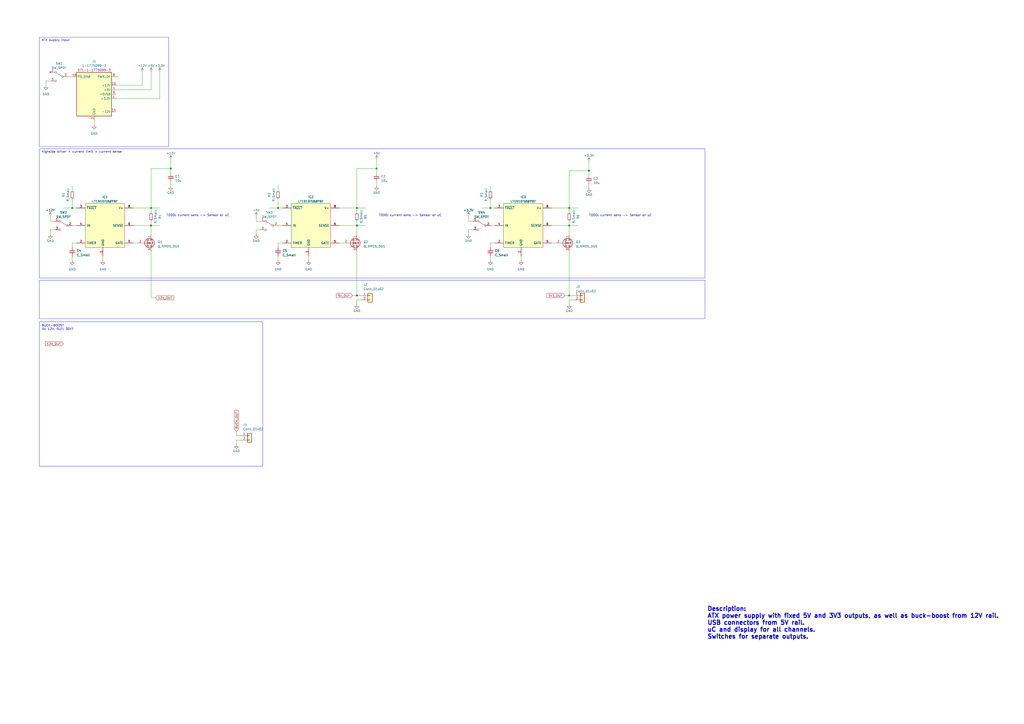
<source format=kicad_sch>
(kicad_sch (version 20230121) (generator eeschema)
  (paper "A2")
  (lib_symbols
    (symbol "Connector_Generic:Conn_01x02" (pin_names (offset 1.016) hide)
      (property "Reference" "J" (at 0 2.54 0))
      (property "Value" "Conn_01x02" (at 0 -5.08 0))
      (symbol "Conn_01x02_1_1"
        (rectangle (start -1.27 -2.413) (end 0 -2.667) (stroke (width 0.1524)))
        (rectangle (start -1.27 0.127) (end 0 -0.127) (stroke (width 0.1524)))
        (rectangle (start -1.27 1.27) (end 1.27 -3.81) (stroke (width 0.254)) (fill (type background)))
        (pin passive line (at -5.08 0 0) (length 3.81) (name "Pin_1") (number "1"))
        (pin passive line (at -5.08 -2.54 0) (length 3.81) (name "Pin_2") (number "2"))
      )
    )
    (symbol "Device:C_Small" (pin_numbers hide) (pin_names (offset 0.254) hide)
      (property "Reference" "C" (at 0.254 1.778 0))
      (property "Value" "C_Small" (at 0.254 -2.032 0))
      (symbol "C_Small_0_1"
        (polyline (pts (xy -1.524 -0.508) (xy 1.524 -0.508)) (stroke (width 0.3302)))
        (polyline (pts (xy -1.524 0.508) (xy 1.524 0.508)) (stroke (width 0.3048)))
      )
      (symbol "C_Small_1_1"
        (pin passive line (at 0 2.54 270) (length 2.032) (name "~") (number "1"))
        (pin passive line (at 0 -2.54 90) (length 2.032) (name "~") (number "2"))
      )
    )
    (symbol "Device:Q_NMOS_DGS" (pin_names (offset 0) hide)
      (property "Reference" "Q" (at 5.08 1.27 0))
      (property "Value" "Q_NMOS_DGS" (at 5.08 -1.27 0))
      (symbol "Q_NMOS_DGS_0_1"
        (polyline (pts (xy 0.254 0) (xy -2.54 0)))
        (polyline (pts (xy 0.254 1.905) (xy 0.254 -1.905)) (stroke (width 0.254)))
        (polyline (pts (xy 0.762 -1.27) (xy 0.762 -2.286)) (stroke (width 0.254)))
        (polyline (pts (xy 0.762 0.508) (xy 0.762 -0.508)) (stroke (width 0.254)))
        (polyline (pts (xy 0.762 2.286) (xy 0.762 1.27)) (stroke (width 0.254)))
        (polyline (pts (xy 2.54 2.54) (xy 2.54 1.778)))
        (polyline (pts (xy 2.54 -2.54) (xy 2.54 0) (xy 0.762 0)))
        (polyline (pts (xy 0.762 -1.778) (xy 3.302 -1.778) (xy 3.302 1.778) (xy 0.762 1.778)))
        (polyline (pts (xy 1.016 0) (xy 2.032 0.381) (xy 2.032 -0.381) (xy 1.016 0)) (fill (type outline)))
        (polyline (pts (xy 2.794 0.508) (xy 2.921 0.381) (xy 3.683 0.381) (xy 3.81 0.254)))
        (polyline (pts (xy 3.302 0.381) (xy 2.921 -0.254) (xy 3.683 -0.254) (xy 3.302 0.381)))
        (circle (center 1.651 0) (radius 2.794) (stroke (width 0.254)))
        (circle (center 2.54 -1.778) (radius 0.254) (fill (type outline)))
        (circle (center 2.54 1.778) (radius 0.254) (fill (type outline)))
      )
      (symbol "Q_NMOS_DGS_1_1"
        (pin passive line (at 2.54 5.08 270) (length 2.54) (name "D") (number "1"))
        (pin input line (at -5.08 0 0) (length 2.54) (name "G") (number "2"))
        (pin passive line (at 2.54 -5.08 90) (length 2.54) (name "S") (number "3"))
      )
    )
    (symbol "Device:R_Small" (pin_numbers hide) (pin_names (offset 0.254) hide)
      (property "Reference" "R" (at 0.762 0.508 0))
      (property "Value" "R_Small" (at 0.762 -1.016 0))
      (symbol "R_Small_0_1"
        (rectangle (start -0.762 1.778) (end 0.762 -1.778) (stroke (width 0.2032)))
      )
      (symbol "R_Small_1_1"
        (pin passive line (at 0 2.54 270) (length 0.762) (name "~") (number "1"))
        (pin passive line (at 0 -2.54 90) (length 0.762) (name "~") (number "2"))
      )
    )
    (symbol "Switch:SW_SPDT" (pin_names (offset 0) hide)
      (property "Reference" "SW" (at 0 4.318 0))
      (property "Value" "SW_SPDT" (at 0 -5.08 0))
      (symbol "SW_SPDT_0_0"
        (circle (center -2.032 0) (radius 0.508))
        (circle (center 2.032 -2.54) (radius 0.508))
      )
      (symbol "SW_SPDT_0_1"
        (polyline (pts (xy -1.524 0.254) (xy 1.651 2.286)))
        (circle (center 2.032 2.54) (radius 0.508))
      )
      (symbol "SW_SPDT_1_1"
        (pin passive line (at 5.08 2.54 180) (length 2.54) (name "A") (number "1"))
        (pin passive line (at -5.08 0 0) (length 2.54) (name "B") (number "2"))
        (pin passive line (at 5.08 -2.54 180) (length 2.54) (name "C") (number "3"))
      )
    )
    (symbol "atx_power_supply:1-1775099-3"
      (property "Reference" "J" (at -8.89 13.97 0))
      (property "Value" "1-1775099-3" (at 6.35 13.97 0))
      (property "mouser" " 571-1-1775099-3 " (at 0 0 0))
      (symbol "1-1775099-3_0_1"
        (rectangle (start -10.16 12.7) (end 10.16 -12.7) (stroke (width 0.254)) (fill (type background)))
      )
      (symbol "1-1775099-3_1_1"
        (pin power_out line (at 12.7 -2.54 180) (length 2.54) (name "+3.3V") (number "1"))
        (pin power_out line (at 12.7 5.08 180) (length 2.54) (name "+12V") (number "10"))
        (pin passive line (at 12.7 5.08 180) (length 2.54) hide (name "+12V") (number "11"))
        (pin passive line (at 12.7 -2.54 180) (length 2.54) hide (name "+3.3V") (number "12"))
        (pin passive line (at 12.7 -2.54 180) (length 2.54) hide (name "+3.3V") (number "13"))
        (pin power_out line (at 12.7 -10.16 180) (length 2.54) (name "-12V") (number "14"))
        (pin passive line (at 0 -15.24 90) (length 2.54) hide (name "GND") (number "15"))
        (pin open_collector line (at -12.7 10.16 0) (length 2.54) (name "PS_ON#") (number "16"))
        (pin passive line (at 0 -15.24 90) (length 2.54) hide (name "GND") (number "17"))
        (pin passive line (at 0 -15.24 90) (length 2.54) hide (name "GND") (number "18"))
        (pin passive line (at 0 -15.24 90) (length 2.54) hide (name "GND") (number "19"))
        (pin passive line (at 12.7 -2.54 180) (length 2.54) hide (name "+3.3V") (number "2"))
        (pin no_connect line (at -10.16 0 0) (length 2.54) hide (name "NC") (number "20"))
        (pin passive line (at 12.7 2.54 180) (length 2.54) hide (name "+5V") (number "21"))
        (pin passive line (at 12.7 2.54 180) (length 2.54) hide (name "+5V") (number "22"))
        (pin passive line (at 12.7 2.54 180) (length 2.54) hide (name "+5V") (number "23"))
        (pin passive line (at 0 -15.24 90) (length 2.54) hide (name "GND") (number "24"))
        (pin power_out line (at 0 -15.24 90) (length 2.54) (name "GND") (number "3"))
        (pin power_out line (at 12.7 2.54 180) (length 2.54) (name "+5V") (number "4"))
        (pin passive line (at 0 -15.24 90) (length 2.54) hide (name "GND") (number "5"))
        (pin passive line (at 12.7 2.54 180) (length 2.54) hide (name "+5V") (number "6"))
        (pin passive line (at 0 -15.24 90) (length 2.54) hide (name "GND") (number "7"))
        (pin output line (at 12.7 10.16 180) (length 2.54) (name "PWR_OK") (number "8"))
        (pin power_out line (at 12.7 0 180) (length 2.54) (name "+5VSB") (number "9"))
      )
    )
    (symbol "atx_power_supply:LT1910IS8#PBF" (pin_names (offset 0.762))
      (property "Reference" "IC" (at 29.21 7.62 0))
      (property "Value" "LT1910IS8#PBF" (at 29.21 5.08 0))
      (symbol "LT1910IS8#PBF_0_0"
        (pin passive line (at 15.24 -20.32 90) (length 5.08) (name "GND") (number "1"))
        (pin passive line (at 0 -12.7 0) (length 5.08) (name "TIMER") (number "2"))
        (pin passive line (at 0 7.62 0) (length 5.08) (name "~{FAULT}") (number "3"))
        (pin passive line (at 0 -2.54 0) (length 5.08) (name "IN") (number "4"))
        (pin passive line (at 33.02 -12.7 180) (length 5.08) (name "GATE") (number "5"))
        (pin passive line (at 33.02 -2.54 180) (length 5.08) (name "SENSE") (number "6"))
        (pin no_connect line (at 20.32 -20.32 90) (length 5.08) hide (name "NC") (number "7"))
        (pin passive line (at 33.02 7.62 180) (length 5.08) (name "V+") (number "8"))
      )
      (symbol "LT1910IS8#PBF_0_1"
        (polyline (pts (xy 5.08 10.16) (xy 27.94 10.16) (xy 27.94 -15.24) (xy 5.08 -15.24) (xy 5.08 10.16)) (stroke (width 0.1524)) (fill (type background)))
      )
    )
    (symbol "power:+12V" (power) (pin_names (offset 0))
      (property "Value" "+12V" (at 0 3.556 0))
      (symbol "+12V_0_1"
        (polyline (pts (xy -0.762 1.27) (xy 0 2.54)))
        (polyline (pts (xy 0 0) (xy 0 2.54)))
        (polyline (pts (xy 0 2.54) (xy 0.762 1.27)))
      )
      (symbol "+12V_1_1"
        (pin power_in line (at 0 0 90) (length 0) hide (name "+12V") (number "1"))
      )
    )
    (symbol "power:+3.3V" (power) (pin_names (offset 0))
      (property "Value" "+3.3V" (at 0 3.556 0))
      (symbol "+3.3V_0_1"
        (polyline (pts (xy -0.762 1.27) (xy 0 2.54)))
        (polyline (pts (xy 0 0) (xy 0 2.54)))
        (polyline (pts (xy 0 2.54) (xy 0.762 1.27)))
      )
      (symbol "+3.3V_1_1"
        (pin power_in line (at 0 0 90) (length 0) hide (name "+3.3V") (number "1"))
      )
    )
    (symbol "power:+5V" (power) (pin_names (offset 0))
      (property "Value" "+5V" (at 0 3.556 0))
      (symbol "+5V_0_1"
        (polyline (pts (xy -0.762 1.27) (xy 0 2.54)))
        (polyline (pts (xy 0 0) (xy 0 2.54)))
        (polyline (pts (xy 0 2.54) (xy 0.762 1.27)))
      )
      (symbol "+5V_1_1"
        (pin power_in line (at 0 0 90) (length 0) hide (name "+5V") (number "1"))
      )
    )
    (symbol "power:GND" (power) (pin_names (offset 0))
      (property "Value" "GND" (at 0 -3.81 0))
      (symbol "GND_0_1"
        (polyline (pts (xy 0 0) (xy 0 -1.27) (xy 1.27 -1.27) (xy 0 -2.54) (xy -1.27 -1.27) (xy 0 -1.27)))
      )
      (symbol "GND_1_1"
        (pin power_in line (at 0 0 270) (length 0) hide (name "GND") (number "1"))
      )
    )
  )
  (junction (at 87.63 130.81))
  (junction (at 330.2 120.65))
  (junction (at 87.63 120.65))
  (junction (at 330.2 171.45))
  (junction (at 41.91 120.65))
  (junction (at 207.01 171.45))
  (junction (at 99.06 97.79))
  (junction (at 207.01 120.65))
  (junction (at 161.29 120.65))
  (junction (at 207.01 130.81))
  (junction (at 218.44 97.79))
  (junction (at 330.2 130.81))
  (junction (at 341.63 99.06))
  (junction (at 284.48 120.65))
  (no_connect (at 29.21 41.91))
  (wire (pts (xy 341.63 93.98) (xy 341.63 99.06)))
  (wire (pts (xy 330.2 120.65) (xy 335.28 120.65)))
  (wire (pts (xy 207.01 120.65) (xy 212.09 120.65)))
  (wire (pts (xy 41.91 115.57) (xy 41.91 120.65)))
  (wire (pts (xy 29.21 133.35) (xy 29.21 135.89)))
  (wire (pts (xy 218.44 100.33) (xy 218.44 97.79)))
  (wire (pts (xy 67.31 57.15) (xy 92.71 57.15)))
  (wire (pts (xy 41.91 120.65) (xy 44.45 120.65)))
  (wire (pts (xy 67.31 49.53) (xy 82.55 49.53)))
  (wire (pts (xy 284.48 148.59) (xy 284.48 151.13)))
  (wire (pts (xy 209.55 173.99) (xy 207.01 173.99)))
  (wire (pts (xy 87.63 120.65) (xy 87.63 123.19)))
  (wire (pts (xy 330.2 130.81) (xy 335.28 130.81)))
  (wire (pts (xy 332.74 173.99) (xy 330.2 173.99)))
  (wire (pts (xy 207.01 173.99) (xy 207.01 176.53)))
  (wire (pts (xy 284.48 115.57) (xy 284.48 120.65)))
  (wire (pts (xy 207.01 97.79) (xy 207.01 120.65)))
  (wire (pts (xy 26.67 46.99) (xy 26.67 49.53)))
  (wire (pts (xy 218.44 97.79) (xy 207.01 97.79)))
  (wire (pts (xy 330.2 128.27) (xy 330.2 130.81)))
  (wire (pts (xy 41.91 140.97) (xy 41.91 143.51)))
  (wire (pts (xy 148.59 125.73) (xy 148.59 128.27)))
  (wire (pts (xy 87.63 97.79) (xy 87.63 120.65)))
  (wire (pts (xy 204.47 171.45) (xy 207.01 171.45)))
  (wire (pts (xy 287.02 140.97) (xy 284.48 140.97)))
  (wire (pts (xy 179.07 148.59) (xy 179.07 151.13)))
  (wire (pts (xy 67.31 52.07) (xy 87.63 52.07)))
  (wire (pts (xy 139.7 252.73) (xy 137.16 252.73)))
  (wire (pts (xy 151.13 128.27) (xy 148.59 128.27)))
  (wire (pts (xy 271.78 125.73) (xy 271.78 128.27)))
  (wire (pts (xy 271.78 133.35) (xy 271.78 135.89)))
  (wire (pts (xy 163.83 140.97) (xy 161.29 140.97)))
  (wire (pts (xy 284.48 140.97) (xy 284.48 143.51)))
  (wire (pts (xy 148.59 133.35) (xy 148.59 135.89)))
  (wire (pts (xy 196.85 130.81) (xy 207.01 130.81)))
  (wire (pts (xy 330.2 173.99) (xy 330.2 176.53)))
  (wire (pts (xy 54.61 69.85) (xy 54.61 72.39)))
  (wire (pts (xy 151.13 133.35) (xy 148.59 133.35)))
  (wire (pts (xy 284.48 107.95) (xy 284.48 110.49)))
  (wire (pts (xy 92.71 57.15) (xy 92.71 41.91)))
  (wire (pts (xy 90.17 172.72) (xy 87.63 172.72)))
  (wire (pts (xy 99.06 97.79) (xy 87.63 97.79)))
  (wire (pts (xy 320.04 130.81) (xy 330.2 130.81)))
  (wire (pts (xy 87.63 130.81) (xy 87.63 135.89)))
  (wire (pts (xy 139.7 255.27) (xy 137.16 255.27)))
  (wire (pts (xy 284.48 120.65) (xy 287.02 120.65)))
  (wire (pts (xy 31.75 128.27) (xy 29.21 128.27)))
  (wire (pts (xy 320.04 120.65) (xy 330.2 120.65)))
  (wire (pts (xy 99.06 100.33) (xy 99.06 97.79)))
  (wire (pts (xy 207.01 130.81) (xy 212.09 130.81)))
  (wire (pts (xy 87.63 52.07) (xy 87.63 41.91)))
  (wire (pts (xy 87.63 120.65) (xy 92.71 120.65)))
  (wire (pts (xy 274.32 128.27) (xy 271.78 128.27)))
  (wire (pts (xy 207.01 130.81) (xy 207.01 135.89)))
  (wire (pts (xy 29.21 125.73) (xy 29.21 128.27)))
  (wire (pts (xy 161.29 120.65) (xy 163.83 120.65)))
  (wire (pts (xy 41.91 148.59) (xy 41.91 151.13)))
  (wire (pts (xy 207.01 128.27) (xy 207.01 130.81)))
  (wire (pts (xy 41.91 107.95) (xy 41.91 110.49)))
  (wire (pts (xy 218.44 105.41) (xy 218.44 107.95)))
  (wire (pts (xy 341.63 106.68) (xy 341.63 109.22)))
  (wire (pts (xy 44.45 140.97) (xy 41.91 140.97)))
  (wire (pts (xy 218.44 92.71) (xy 218.44 97.79)))
  (wire (pts (xy 330.2 99.06) (xy 330.2 120.65)))
  (wire (pts (xy 207.01 146.05) (xy 207.01 171.45)))
  (wire (pts (xy 207.01 171.45) (xy 209.55 171.45)))
  (wire (pts (xy 161.29 107.95) (xy 161.29 110.49)))
  (wire (pts (xy 59.69 148.59) (xy 59.69 151.13)))
  (wire (pts (xy 330.2 146.05) (xy 330.2 171.45)))
  (wire (pts (xy 137.16 255.27) (xy 137.16 257.81)))
  (wire (pts (xy 330.2 130.81) (xy 330.2 135.89)))
  (wire (pts (xy 199.39 140.97) (xy 196.85 140.97)))
  (wire (pts (xy 327.66 171.45) (xy 330.2 171.45)))
  (wire (pts (xy 87.63 128.27) (xy 87.63 130.81)))
  (wire (pts (xy 137.16 250.19) (xy 137.16 252.73)))
  (wire (pts (xy 29.21 46.99) (xy 26.67 46.99)))
  (wire (pts (xy 156.21 120.65) (xy 161.29 120.65)))
  (wire (pts (xy 284.48 130.81) (xy 287.02 130.81)))
  (wire (pts (xy 330.2 171.45) (xy 332.74 171.45)))
  (wire (pts (xy 161.29 148.59) (xy 161.29 151.13)))
  (wire (pts (xy 77.47 120.65) (xy 87.63 120.65)))
  (wire (pts (xy 302.26 148.59) (xy 302.26 151.13)))
  (wire (pts (xy 279.4 120.65) (xy 284.48 120.65)))
  (wire (pts (xy 67.31 44.45) (xy 68.58 44.45)))
  (wire (pts (xy 161.29 140.97) (xy 161.29 143.51)))
  (wire (pts (xy 87.63 130.81) (xy 92.71 130.81)))
  (wire (pts (xy 161.29 130.81) (xy 163.83 130.81)))
  (wire (pts (xy 99.06 92.71) (xy 99.06 97.79)))
  (wire (pts (xy 39.37 44.45) (xy 41.91 44.45)))
  (wire (pts (xy 330.2 120.65) (xy 330.2 123.19)))
  (wire (pts (xy 82.55 49.53) (xy 82.55 41.91)))
  (wire (pts (xy 322.58 140.97) (xy 320.04 140.97)))
  (wire (pts (xy 161.29 115.57) (xy 161.29 120.65)))
  (wire (pts (xy 274.32 133.35) (xy 271.78 133.35)))
  (wire (pts (xy 341.63 101.6) (xy 341.63 99.06)))
  (wire (pts (xy 99.06 105.41) (xy 99.06 107.95)))
  (wire (pts (xy 77.47 130.81) (xy 87.63 130.81)))
  (wire (pts (xy 36.83 120.65) (xy 41.91 120.65)))
  (wire (pts (xy 196.85 120.65) (xy 207.01 120.65)))
  (wire (pts (xy 41.91 130.81) (xy 44.45 130.81)))
  (wire (pts (xy 341.63 99.06) (xy 330.2 99.06)))
  (wire (pts (xy 31.75 133.35) (xy 29.21 133.35)))
  (wire (pts (xy 207.01 120.65) (xy 207.01 123.19)))
  (wire (pts (xy 80.01 140.97) (xy 77.47 140.97)))
  (wire (pts (xy 87.63 146.05) (xy 87.63 172.72)))
  (rectangle (start 22.86 162.56) (end 408.94 184.785))
  (rectangle (start 22.86 186.69) (end 152.4 270.51))
  (rectangle (start 22.86 86.36) (end 408.94 161.29))
  (rectangle (start 22.86 21.59) (end 97.79 85.09))
  (text "TODO: current sens -> Sensor or uC" (at 341.63 125.73 0) (effects (font (size 1.27 1.27)) (justify left bottom)))
  (text "BUCK-BOOST\nIN: 12V, OUT: 30V?" (at 24.13 191.77 0) (effects (font (size 1.27 1.27)) (justify left bottom)))
  (text "TODO: current sens -> Sensor or uC" (at 219.71 125.73 0) (effects (font (size 1.27 1.27)) (justify left bottom)))
  (text "Description:\nATX power supply with fixed 5V and 3V3 outputs, as well as buck-boost from 12V rail.\nUSB connectors from 5V rail.\nuC and display for all channels.\nSwitches for separate outputs." (at 410.21 370.84 0) (effects (font (size 2.5 2.5) (thickness 0.5) bold) (justify left bottom)))
  (text "TODO: current sens -> Sensor or uC" (at 96.52 125.73 0) (effects (font (size 1.27 1.27)) (justify left bottom)))
  (text "ATX supply input" (at 24.13 24.13 0) (effects (font (size 1.27 1.27)) (justify left bottom)))
  (text "highside driver + current limit + current sense" (at 24.13 88.9 0) (effects (font (size 1.27 1.27)) (justify left bottom)))
  (global_label "BUCK_OUT" (shape input) (at 137.16 250.19 90) (property "Intersheetrefs" "${INTERSHEET_REFS}" (effects hide)))
  (global_label "12V_OUT" (shape input) (at 90.17 172.72 0) (property "Intersheetrefs" "${INTERSHEET_REFS}" (effects hide)))
  (global_label "3V3_OUT" (shape input) (at 327.66 171.45 180) (property "Intersheetrefs" "${INTERSHEET_REFS}" (effects hide)))
  (global_label "5V_OUT" (shape input) (at 204.47 171.45 180) (property "Intersheetrefs" "${INTERSHEET_REFS}" (effects hide)))
  (global_label "12V_OUT" (shape input) (at 36.83 199.39 180) (property "Intersheetrefs" "${INTERSHEET_REFS}" (effects hide)))
  (symbol (lib_id "Switch:SW_SPDT") (at 34.29 44.45 0) (mirror y) (unit 1)
    (property "Reference" "SW1" (at 34.29 36.83 0))
    (property "Value" "SW_SPDT" (at 34.29 39.37 0))
  )
  (symbol (lib_id "power:GND") (at 302.26 151.13 0) (unit 1)
    (property "Reference" "#PWR023" (effects hide))
    (property "Value" "GND" (at 302.26 156.21 0))
  )
  (symbol (lib_id "power:GND") (at 29.21 135.89 0) (unit 1)
    (property "Reference" "#PWR015" (effects hide))
    (property "Value" "GND" (at 29.21 139.7 0))
  )
  (symbol (lib_id "atx_power_supply:LT1910IS8#PBF") (at 287.02 128.27 0) (unit 1)
    (property "Reference" "IC3" (at 303.53 114.3 0))
    (property "Value" "LT1910IS8#PBF" (at 303.53 116.84 0))
    (property "Footprint" "atx_power_supply:SOIC127P599X175-8N" (effects hide))
    (property "Datasheet" "http://cds.linear.com/docs/en/datasheet/1910fc.pdf" (effects hide))
    (property "Description" "Linear Technology LT1910IS8#PBF, MOSFET Power Driver,, 8  48 V, Non-Inverting, 8-Pin SOIC" (effects hide))
    (property "Height" "1.752" (effects hide))
    (property "Mouser Part Number" "584-LT1910IS8#PBF" (effects hide))
    (property "Mouser Price/Stock" "https://www.mouser.co.uk/ProductDetail/Analog-Devices/LT1910IS8PBF?qs=ytflclh7QUXOLTN09RUU2Q%3D%3D" (effects hide))
    (property "Manufacturer_Name" "Analog Devices" (effects hide))
    (property "Manufacturer_Part_Number" "LT1910IS8#PBF" (effects hide))
  )
  (symbol (lib_id "power:+5V") (at 148.59 125.73 0) (unit 1)
    (property "Reference" "#PWR013" (effects hide))
    (property "Value" "+5V" (at 148.59 121.92 0))
  )
  (symbol (lib_id "Switch:SW_SPDT") (at 279.4 130.81 0) (mirror y) (unit 1)
    (property "Reference" "SW4" (at 279.4 123.19 0))
    (property "Value" "SW_SPDT" (at 279.4 125.73 0))
  )
  (symbol (lib_id "power:GND") (at 341.63 109.22 0) (mirror y) (unit 1)
    (property "Reference" "#PWR011" (effects hide))
    (property "Value" "GND" (at 341.63 113.03 0))
  )
  (symbol (lib_id "Device:Q_NMOS_DGS") (at 327.66 140.97 0) (unit 1)
    (property "Reference" "Q3" (at 334.01 140.335 0) (effects (justify left)))
    (property "Value" "Q_NMOS_DGS" (at 334.01 142.875 0) (effects (justify left)))
  )
  (symbol (lib_id "Connector_Generic:Conn_01x02") (at 144.78 252.73 0) (unit 1)
    (property "Reference" "J4" (at 140.97 246.38 0) (effects (justify left)))
    (property "Value" "Conn_01x02" (at 140.97 248.92 0) (effects (justify left)))
  )
  (symbol (lib_id "power:GND") (at 271.78 135.89 0) (unit 1)
    (property "Reference" "#PWR017" (effects hide))
    (property "Value" "GND" (at 271.78 139.7 0))
  )
  (symbol (lib_id "power:GND") (at 99.06 107.95 0) (mirror y) (unit 1)
    (property "Reference" "#PWR09" (effects hide))
    (property "Value" "GND" (at 99.06 111.76 0))
  )
  (symbol (lib_id "power:GND") (at 137.16 257.81 0) (unit 1)
    (property "Reference" "#PWR026" (effects hide))
    (property "Value" "GND" (at 137.16 261.62 0))
  )
  (symbol (lib_id "Connector_Generic:Conn_01x02") (at 337.82 171.45 0) (unit 1)
    (property "Reference" "J3" (at 334.01 166.37 0) (effects (justify left)))
    (property "Value" "Conn_01x02" (at 334.01 168.91 0) (effects (justify left)))
  )
  (symbol (lib_id "Switch:SW_SPDT") (at 156.21 130.81 0) (mirror y) (unit 1)
    (property "Reference" "SW3" (at 156.21 123.19 0))
    (property "Value" "SW_SPDT" (at 156.21 125.73 0))
  )
  (symbol (lib_id "power:+12V") (at 29.21 125.73 0) (unit 1)
    (property "Reference" "#PWR012" (effects hide))
    (property "Value" "+12V" (at 29.21 121.92 0))
  )
  (symbol (lib_id "Device:Q_NMOS_DGS") (at 85.09 140.97 0) (unit 1)
    (property "Reference" "Q1" (at 91.44 140.335 0) (effects (justify left)))
    (property "Value" "Q_NMOS_DGS" (at 91.44 142.875 0) (effects (justify left)))
  )
  (symbol (lib_id "power:+12V") (at 99.06 92.71 0) (unit 1)
    (property "Reference" "#PWR06" (effects hide))
    (property "Value" "+12V" (at 99.06 88.9 0))
  )
  (symbol (lib_id "power:GND") (at 54.61 72.39 0) (unit 1)
    (property "Reference" "#PWR05" (effects hide))
    (property "Value" "GND" (at 54.61 77.47 0))
  )
  (symbol (lib_id "power:GND") (at 284.48 151.13 0) (unit 1)
    (property "Reference" "#PWR022" (effects hide))
    (property "Value" "GND" (at 284.48 156.21 0))
  )
  (symbol (lib_id "Device:R_Small") (at 87.63 125.73 0) (mirror x) (unit 1)
    (property "Reference" "R4" (at 92.71 125.73 90))
    (property "Value" "R_Small" (at 90.17 125.73 90))
  )
  (symbol (lib_id "power:+3.3V") (at 271.78 125.73 0) (unit 1)
    (property "Reference" "#PWR014" (effects hide))
    (property "Value" "+3.3V" (at 271.78 121.92 0))
  )
  (symbol (lib_id "Connector_Generic:Conn_01x02") (at 214.63 171.45 0) (unit 1)
    (property "Reference" "J2" (at 210.82 165.1 0) (effects (justify left)))
    (property "Value" "Conn_01x02" (at 210.82 167.64 0) (effects (justify left)))
  )
  (symbol (lib_id "power:GND") (at 207.01 176.53 0) (unit 1)
    (property "Reference" "#PWR024" (effects hide))
    (property "Value" "GND" (at 207.01 180.34 0))
  )
  (symbol (lib_id "power:+12V") (at 82.55 41.91 0) (unit 1)
    (property "Reference" "#PWR01" (effects hide))
    (property "Value" "+12V" (at 82.55 38.1 0))
  )
  (symbol (lib_id "Device:C_Small") (at 218.44 102.87 0) (mirror y) (unit 1)
    (property "Reference" "C2" (at 220.98 102.2413 0) (effects (justify right)))
    (property "Value" "10u" (at 220.98 104.7813 0) (effects (justify right)))
    (property "Footprint" "Resistor_SMD:R_0603_1608Metric" (effects hide))
  )
  (symbol (lib_id "power:GND") (at 59.69 151.13 0) (unit 1)
    (property "Reference" "#PWR019" (effects hide))
    (property "Value" "GND" (at 59.69 156.21 0))
  )
  (symbol (lib_id "Device:C_Small") (at 99.06 102.87 0) (mirror y) (unit 1)
    (property "Reference" "C1" (at 101.6 102.2413 0) (effects (justify right)))
    (property "Value" "10u" (at 101.6 104.7813 0) (effects (justify right)))
    (property "Footprint" "Resistor_SMD:R_0603_1608Metric" (effects hide))
  )
  (symbol (lib_id "power:+5V") (at 218.44 92.71 0) (unit 1)
    (property "Reference" "#PWR07" (effects hide))
    (property "Value" "+5V" (at 218.44 88.9 0))
  )
  (symbol (lib_id "Device:C_Small") (at 284.48 146.05 0) (mirror y) (unit 1)
    (property "Reference" "C6" (at 287.02 145.4213 0) (effects (justify right)))
    (property "Value" "C_Small" (at 287.02 147.9613 0) (effects (justify right)))
    (property "Footprint" "Resistor_SMD:R_0603_1608Metric" (effects hide))
  )
  (symbol (lib_id "Switch:SW_SPDT") (at 36.83 130.81 0) (mirror y) (unit 1)
    (property "Reference" "SW2" (at 36.83 123.19 0))
    (property "Value" "SW_SPDT" (at 36.83 125.73 0))
  )
  (symbol (lib_id "Device:R_Small") (at 41.91 113.03 0) (mirror y) (unit 1)
    (property "Reference" "R1" (at 36.83 113.03 90))
    (property "Value" "R_Small" (at 39.37 113.03 90))
  )
  (symbol (lib_id "atx_power_supply:LT1910IS8#PBF") (at 44.45 128.27 0) (unit 1)
    (property "Reference" "IC1" (at 60.96 114.3 0))
    (property "Value" "LT1910IS8#PBF" (at 60.96 116.84 0))
    (property "Footprint" "atx_power_supply:SOIC127P599X175-8N" (effects hide))
    (property "Datasheet" "http://cds.linear.com/docs/en/datasheet/1910fc.pdf" (effects hide))
    (property "Description" "Linear Technology LT1910IS8#PBF, MOSFET Power Driver,, 8  48 V, Non-Inverting, 8-Pin SOIC" (effects hide))
    (property "Height" "1.752" (effects hide))
    (property "Mouser Part Number" "584-LT1910IS8#PBF" (effects hide))
    (property "Mouser Price/Stock" "https://www.mouser.co.uk/ProductDetail/Analog-Devices/LT1910IS8PBF?qs=ytflclh7QUXOLTN09RUU2Q%3D%3D" (effects hide))
    (property "Manufacturer_Name" "Analog Devices" (effects hide))
    (property "Manufacturer_Part_Number" "LT1910IS8#PBF" (effects hide))
  )
  (symbol (lib_id "power:+3.3V") (at 341.63 93.98 0) (unit 1)
    (property "Reference" "#PWR08" (effects hide))
    (property "Value" "+3.3V" (at 341.63 90.17 0))
  )
  (symbol (lib_id "power:GND") (at 179.07 151.13 0) (unit 1)
    (property "Reference" "#PWR021" (effects hide))
    (property "Value" "GND" (at 179.07 156.21 0))
  )
  (symbol (lib_id "power:GND") (at 330.2 176.53 0) (unit 1)
    (property "Reference" "#PWR025" (effects hide))
    (property "Value" "GND" (at 330.2 180.34 0))
  )
  (symbol (lib_id "Device:R_Small") (at 330.2 125.73 0) (mirror x) (unit 1)
    (property "Reference" "R6" (at 335.28 125.73 90))
    (property "Value" "R_Small" (at 332.74 125.73 90))
  )
  (symbol (lib_id "atx_power_supply:1-1775099-3") (at 54.61 54.61 0) (unit 1)
    (property "Reference" "J1" (at 54.61 35.56 0))
    (property "Value" "1-1775099-3" (at 54.61 38.1 0))
    (property "Footprint" "atx_power_supply:1-1775099-3" (effects hide))
    (property "Datasheet" "https://www.intel.com/content/dam/www/public/us/en/documents/guides/power-supply-design-guide-june.pdf#page=33" (effects hide))
    (property "mouser" " 571-1-1775099-3 " (at 54.61 40.64 0))
  )
  (symbol (lib_id "Device:C_Small") (at 341.63 104.14 0) (mirror y) (unit 1)
    (property "Reference" "C3" (at 344.17 103.5113 0) (effects (justify right)))
    (property "Value" "10u" (at 344.17 106.0513 0) (effects (justify right)))
    (property "Footprint" "Resistor_SMD:R_0603_1608Metric" (effects hide))
  )
  (symbol (lib_id "power:+3.3V") (at 92.71 41.91 0) (unit 1)
    (property "Reference" "#PWR03" (effects hide))
    (property "Value" "+3.3V" (at 92.71 38.1 0))
  )
  (symbol (lib_id "Device:R_Small") (at 161.29 113.03 0) (mirror y) (unit 1)
    (property "Reference" "R2" (at 156.21 113.03 90))
    (property "Value" "R_Small" (at 158.75 113.03 90))
  )
  (symbol (lib_id "atx_power_supply:LT1910IS8#PBF") (at 163.83 128.27 0) (unit 1)
    (property "Reference" "IC2" (at 180.34 114.3 0))
    (property "Value" "LT1910IS8#PBF" (at 180.34 116.84 0))
    (property "Footprint" "atx_power_supply:SOIC127P599X175-8N" (effects hide))
    (property "Datasheet" "http://cds.linear.com/docs/en/datasheet/1910fc.pdf" (effects hide))
    (property "Description" "Linear Technology LT1910IS8#PBF, MOSFET Power Driver,, 8  48 V, Non-Inverting, 8-Pin SOIC" (effects hide))
    (property "Height" "1.752" (effects hide))
    (property "Mouser Part Number" "584-LT1910IS8#PBF" (effects hide))
    (property "Mouser Price/Stock" "https://www.mouser.co.uk/ProductDetail/Analog-Devices/LT1910IS8PBF?qs=ytflclh7QUXOLTN09RUU2Q%3D%3D" (effects hide))
    (property "Manufacturer_Name" "Analog Devices" (effects hide))
    (property "Manufacturer_Part_Number" "LT1910IS8#PBF" (effects hide))
  )
  (symbol (lib_id "Device:R_Small") (at 284.48 113.03 0) (mirror y) (unit 1)
    (property "Reference" "R3" (at 279.4 113.03 90))
    (property "Value" "R_Small" (at 281.94 113.03 90))
  )
  (symbol (lib_id "power:+5V") (at 87.63 41.91 0) (unit 1)
    (property "Reference" "#PWR02" (effects hide))
    (property "Value" "+5V" (at 87.63 38.1 0))
  )
  (symbol (lib_id "Device:C_Small") (at 41.91 146.05 0) (mirror y) (unit 1)
    (property "Reference" "C4" (at 44.45 145.4213 0) (effects (justify right)))
    (property "Value" "C_Small" (at 44.45 147.9613 0) (effects (justify right)))
    (property "Footprint" "Resistor_SMD:R_0603_1608Metric" (effects hide))
  )
  (symbol (lib_id "power:GND") (at 161.29 151.13 0) (unit 1)
    (property "Reference" "#PWR020" (effects hide))
    (property "Value" "GND" (at 161.29 156.21 0))
  )
  (symbol (lib_id "power:GND") (at 41.91 151.13 0) (unit 1)
    (property "Reference" "#PWR018" (effects hide))
    (property "Value" "GND" (at 41.91 156.21 0))
  )
  (symbol (lib_id "power:GND") (at 148.59 135.89 0) (unit 1)
    (property "Reference" "#PWR016" (effects hide))
    (property "Value" "GND" (at 148.59 139.7 0))
  )
  (symbol (lib_id "power:GND") (at 26.67 49.53 0) (unit 1)
    (property "Reference" "#PWR04" (effects hide))
    (property "Value" "GND" (at 26.67 54.61 0))
  )
  (symbol (lib_id "Device:Q_NMOS_DGS") (at 204.47 140.97 0) (unit 1)
    (property "Reference" "Q2" (at 210.82 140.335 0) (effects (justify left)))
    (property "Value" "Q_NMOS_DGS" (at 210.82 142.875 0) (effects (justify left)))
  )
  (symbol (lib_id "power:GND") (at 218.44 107.95 0) (mirror y) (unit 1)
    (property "Reference" "#PWR010" (effects hide))
    (property "Value" "GND" (at 218.44 111.76 0))
  )
  (symbol (lib_id "Device:C_Small") (at 161.29 146.05 0) (mirror y) (unit 1)
    (property "Reference" "C5" (at 163.83 145.4213 0) (effects (justify right)))
    (property "Value" "C_Small" (at 163.83 147.9613 0) (effects (justify right)))
    (property "Footprint" "Resistor_SMD:R_0603_1608Metric" (effects hide))
  )
  (symbol (lib_id "Device:R_Small") (at 207.01 125.73 0) (mirror x) (unit 1)
    (property "Reference" "R5" (at 212.09 125.73 90))
    (property "Value" "R_Small" (at 209.55 125.73 90))
  )
)
</source>
